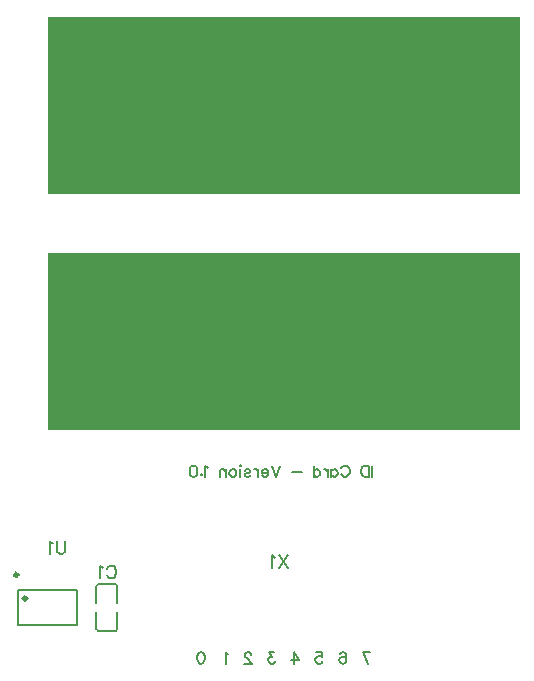
<source format=gbo>
G04 Layer: BottomSilkscreenLayer*
G04 EasyEDA v6.5.20, 2023-01-09 08:49:07*
G04 a67cddfb3fce44daa9051d46cbbcc19f,10*
G04 Gerber Generator version 0.2*
G04 Scale: 100 percent, Rotated: No, Reflected: No *
G04 Dimensions in millimeters *
G04 leading zeros omitted , absolute positions ,4 integer and 5 decimal *
%FSLAX45Y45*%
%MOMM*%

%ADD10C,0.2032*%
%ADD11C,0.1524*%
%ADD12C,0.2030*%
%ADD13C,0.3000*%

%LPD*%
D10*
X3249993Y3200902D02*
G01*
X3249993Y3105447D01*
X3219993Y3200902D02*
G01*
X3219993Y3105447D01*
X3219993Y3200902D02*
G01*
X3188174Y3200902D01*
X3174540Y3196356D01*
X3165447Y3187265D01*
X3160902Y3178175D01*
X3156356Y3164540D01*
X3156356Y3141812D01*
X3160902Y3128175D01*
X3165447Y3119084D01*
X3174540Y3109993D01*
X3188174Y3105447D01*
X3219993Y3105447D01*
X2988175Y3178175D02*
G01*
X2992721Y3187265D01*
X3001812Y3196356D01*
X3010903Y3200902D01*
X3029084Y3200902D01*
X3038175Y3196356D01*
X3047265Y3187265D01*
X3051812Y3178175D01*
X3056356Y3164540D01*
X3056356Y3141812D01*
X3051812Y3128175D01*
X3047265Y3119084D01*
X3038175Y3109993D01*
X3029084Y3105447D01*
X3010903Y3105447D01*
X3001812Y3109993D01*
X2992721Y3119084D01*
X2988175Y3128175D01*
X2903631Y3169084D02*
G01*
X2903631Y3105447D01*
X2903631Y3155447D02*
G01*
X2912722Y3164540D01*
X2921812Y3169084D01*
X2935447Y3169084D01*
X2944540Y3164540D01*
X2953631Y3155447D01*
X2958175Y3141812D01*
X2958175Y3132721D01*
X2953631Y3119084D01*
X2944540Y3109993D01*
X2935447Y3105447D01*
X2921812Y3105447D01*
X2912722Y3109993D01*
X2903631Y3119084D01*
X2873631Y3169084D02*
G01*
X2873631Y3105447D01*
X2873631Y3141812D02*
G01*
X2869084Y3155447D01*
X2859994Y3164540D01*
X2850903Y3169084D01*
X2837266Y3169084D01*
X2752722Y3200902D02*
G01*
X2752722Y3105447D01*
X2752722Y3155447D02*
G01*
X2761813Y3164540D01*
X2770903Y3169084D01*
X2784541Y3169084D01*
X2793631Y3164540D01*
X2802722Y3155447D01*
X2807266Y3141812D01*
X2807266Y3132721D01*
X2802722Y3119084D01*
X2793631Y3109993D01*
X2784541Y3105447D01*
X2770903Y3105447D01*
X2761813Y3109993D01*
X2752722Y3119084D01*
X2652722Y3146356D02*
G01*
X2570904Y3146356D01*
X2470904Y3200902D02*
G01*
X2434541Y3105447D01*
X2398176Y3200902D02*
G01*
X2434541Y3105447D01*
X2368176Y3141812D02*
G01*
X2313632Y3141812D01*
X2313632Y3150903D01*
X2318176Y3159993D01*
X2322723Y3164540D01*
X2331813Y3169084D01*
X2345448Y3169084D01*
X2354541Y3164540D01*
X2363632Y3155447D01*
X2368176Y3141812D01*
X2368176Y3132721D01*
X2363632Y3119084D01*
X2354541Y3109993D01*
X2345448Y3105447D01*
X2331813Y3105447D01*
X2322723Y3109993D01*
X2313632Y3119084D01*
X2283632Y3169084D02*
G01*
X2283632Y3105447D01*
X2283632Y3141812D02*
G01*
X2279086Y3155447D01*
X2269995Y3164540D01*
X2260904Y3169084D01*
X2247267Y3169084D01*
X2167267Y3155447D02*
G01*
X2171814Y3164540D01*
X2185449Y3169084D01*
X2199086Y3169084D01*
X2212723Y3164540D01*
X2217267Y3155447D01*
X2212723Y3146356D01*
X2203632Y3141812D01*
X2180904Y3137265D01*
X2171814Y3132721D01*
X2167267Y3123631D01*
X2167267Y3119084D01*
X2171814Y3109993D01*
X2185449Y3105447D01*
X2199086Y3105447D01*
X2212723Y3109993D01*
X2217267Y3119084D01*
X2137267Y3200902D02*
G01*
X2132723Y3196356D01*
X2128177Y3200902D01*
X2132723Y3205446D01*
X2137267Y3200902D01*
X2132723Y3169084D02*
G01*
X2132723Y3105447D01*
X2075449Y3169084D02*
G01*
X2084542Y3164540D01*
X2093633Y3155447D01*
X2098177Y3141812D01*
X2098177Y3132721D01*
X2093633Y3119084D01*
X2084542Y3109993D01*
X2075449Y3105447D01*
X2061814Y3105447D01*
X2052723Y3109993D01*
X2043633Y3119084D01*
X2039086Y3132721D01*
X2039086Y3141812D01*
X2043633Y3155447D01*
X2052723Y3164540D01*
X2061814Y3169084D01*
X2075449Y3169084D01*
X2009086Y3169084D02*
G01*
X2009086Y3105447D01*
X2009086Y3150903D02*
G01*
X1995449Y3164540D01*
X1986358Y3169084D01*
X1972724Y3169084D01*
X1963633Y3164540D01*
X1959086Y3150903D01*
X1959086Y3105447D01*
X1859086Y3182721D02*
G01*
X1849996Y3187265D01*
X1836359Y3200902D01*
X1836359Y3105447D01*
X1801815Y3128175D02*
G01*
X1806359Y3123631D01*
X1801815Y3119084D01*
X1797268Y3123631D01*
X1801815Y3128175D01*
X1739996Y3200902D02*
G01*
X1753633Y3196356D01*
X1762724Y3182721D01*
X1767268Y3159993D01*
X1767268Y3146356D01*
X1762724Y3123631D01*
X1753633Y3109993D01*
X1739996Y3105447D01*
X1730905Y3105447D01*
X1717268Y3109993D01*
X1708177Y3123631D01*
X1703633Y3146356D01*
X1703633Y3159993D01*
X1708177Y3182721D01*
X1717268Y3196356D01*
X1730905Y3200902D01*
X1739996Y3200902D01*
D11*
X649998Y2565311D02*
G01*
X649998Y2487333D01*
X644918Y2471839D01*
X634504Y2461425D01*
X618756Y2456345D01*
X608342Y2456345D01*
X592848Y2461425D01*
X582434Y2471839D01*
X577354Y2487333D01*
X577354Y2565311D01*
X543064Y2544483D02*
G01*
X532650Y2549817D01*
X516902Y2565311D01*
X516902Y2456345D01*
X1002019Y2329403D02*
G01*
X1007353Y2339817D01*
X1017767Y2350231D01*
X1027927Y2355311D01*
X1048755Y2355311D01*
X1059169Y2350231D01*
X1069583Y2339817D01*
X1074917Y2329403D01*
X1079997Y2313655D01*
X1079997Y2287747D01*
X1074917Y2272253D01*
X1069583Y2261839D01*
X1059169Y2251425D01*
X1048755Y2246345D01*
X1027927Y2246345D01*
X1017767Y2251425D01*
X1007353Y2261839D01*
X1002019Y2272253D01*
X967729Y2334483D02*
G01*
X957315Y2339817D01*
X941821Y2355311D01*
X941821Y2246345D01*
X2532989Y2443769D02*
G01*
X2460254Y2334666D01*
X2460254Y2443769D02*
G01*
X2532989Y2334666D01*
X2425964Y2422987D02*
G01*
X2415573Y2428184D01*
X2399985Y2443769D01*
X2399985Y2334666D01*
D12*
X1802627Y1620847D02*
G01*
X1816343Y1616275D01*
X1825487Y1602813D01*
X1830059Y1579953D01*
X1830059Y1566237D01*
X1825487Y1543631D01*
X1816343Y1529915D01*
X1802627Y1525343D01*
X1793737Y1525343D01*
X1780021Y1529915D01*
X1770877Y1543631D01*
X1766305Y1566237D01*
X1766305Y1579953D01*
X1770877Y1602813D01*
X1780021Y1616275D01*
X1793737Y1620847D01*
X1802627Y1620847D01*
X2030095Y1602813D02*
G01*
X2020950Y1607385D01*
X2007234Y1620847D01*
X2007234Y1525343D01*
X2225370Y1598241D02*
G01*
X2225370Y1602813D01*
X2220798Y1611703D01*
X2216480Y1616275D01*
X2207336Y1620847D01*
X2189048Y1620847D01*
X2179904Y1616275D01*
X2175332Y1611703D01*
X2171014Y1602813D01*
X2171014Y1593669D01*
X2175332Y1584525D01*
X2184476Y1570809D01*
X2229942Y1525343D01*
X2166442Y1525343D01*
X2420899Y1620847D02*
G01*
X2370861Y1620847D01*
X2398293Y1584525D01*
X2384577Y1584525D01*
X2375433Y1579953D01*
X2370861Y1575381D01*
X2366289Y1561919D01*
X2366289Y1552775D01*
X2370861Y1539059D01*
X2380005Y1529915D01*
X2393721Y1525343D01*
X2407183Y1525343D01*
X2420899Y1529915D01*
X2425471Y1534487D01*
X2430043Y1543631D01*
X2584424Y1620847D02*
G01*
X2629890Y1557347D01*
X2561818Y1557347D01*
X2584424Y1620847D02*
G01*
X2584424Y1525343D01*
X2775381Y1620847D02*
G01*
X2820847Y1620847D01*
X2825419Y1579953D01*
X2820847Y1584525D01*
X2807385Y1589097D01*
X2793669Y1589097D01*
X2779953Y1584525D01*
X2770809Y1575381D01*
X2766237Y1561919D01*
X2766237Y1552775D01*
X2770809Y1539059D01*
X2779953Y1529915D01*
X2793669Y1525343D01*
X2807385Y1525343D01*
X2820847Y1529915D01*
X2825419Y1534487D01*
X2829991Y1543631D01*
X2975483Y1607385D02*
G01*
X2980054Y1616275D01*
X2993516Y1620847D01*
X3002661Y1620847D01*
X3016377Y1616275D01*
X3025520Y1602813D01*
X3030093Y1579953D01*
X3030093Y1557347D01*
X3025520Y1539059D01*
X3016377Y1529915D01*
X3002661Y1525343D01*
X2998088Y1525343D01*
X2984627Y1529915D01*
X2975483Y1539059D01*
X2970911Y1552775D01*
X2970911Y1557347D01*
X2975483Y1570809D01*
X2984627Y1579953D01*
X2998088Y1584525D01*
X3002661Y1584525D01*
X3016377Y1579953D01*
X3025520Y1570809D01*
X3030093Y1557347D01*
X3166440Y1620847D02*
G01*
X3211906Y1525343D01*
X3229940Y1620847D02*
G01*
X3166440Y1620847D01*
G36*
X499973Y6999986D02*
G01*
X499973Y5499963D01*
X4499965Y5499963D01*
X4499965Y6999986D01*
G37*
G36*
X499973Y4999990D02*
G01*
X499973Y3500018D01*
X4499965Y3500018D01*
X4499965Y4999990D01*
G37*
D11*
X247378Y2152136D02*
G01*
X247378Y1847855D01*
X752619Y1847855D01*
X752619Y2152136D01*
X247378Y2152136D01*
X909637Y1818876D02*
G01*
X909637Y1959876D01*
X1090358Y1959876D02*
G01*
X1090358Y1818876D01*
X1075118Y1803636D02*
G01*
X924877Y1803636D01*
X909637Y2181115D02*
G01*
X909637Y2040115D01*
X1090358Y2040115D02*
G01*
X1090358Y2181115D01*
X1075118Y2196355D02*
G01*
X924877Y2196355D01*
G75*
G01*
X1090358Y1818876D02*
G02*
X1075118Y1803636I-15240J0D01*
G75*
G01*
X924877Y1803636D02*
G02*
X909638Y1818876I1J15240D01*
G75*
G01*
X1090358Y2181116D02*
G03*
X1075118Y2196356I-15240J0D01*
G75*
G01*
X924877Y2196356D02*
G03*
X909638Y2181116I1J-15240D01*
D13*
G75*
G01
X324510Y2076907D02*
G03X324510Y2076907I-15011J0D01*
G75*
G01
X249860Y2277237D02*
G03X249860Y2277237I-15011J0D01*
M02*

</source>
